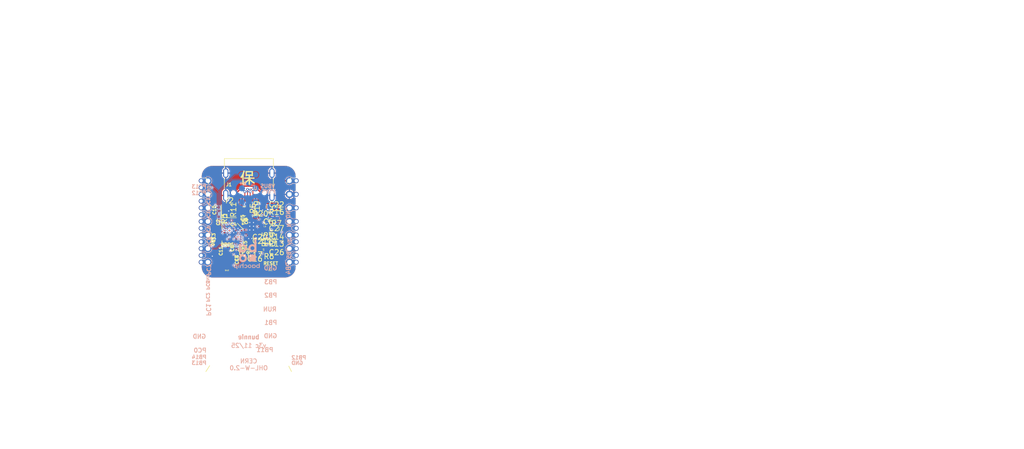
<source format=kicad_pcb>
(kicad_pcb (version 20241229) (generator "pcbnew") (generator_version "9.0")
  (layers (0 "F.Cu" signal) (4 "In1.Cu" signal) (6 "In2.Cu" signal) (8 "In3.Cu" signal) (10 "In4.Cu" signal) (2 "B.Cu" signal) (13 "F.Paste" user) (15 "B.Paste" user) (5 "F.SilkS" user "F.Silkscreen") (7 "B.SilkS" user "B.Silkscreen") (1 "F.Mask" user) (3 "B.Mask" user) (25 "Edge.Cuts" user))
  (net 0 "")
  (net 1 "GND")
  (net 2 "/XI_48M")
  (net 3 "+3.3V")
  (net 4 "/2.5V")
  (net 5 "/XO_48M")
  (net 6 "/RST_N")
  (net 7 "VBUS")
  (net 9 "/USBC_P")
  (net 10 "/USBC_CC2")
  (net 12 "/USBC_N")
  (net 13 "/USBC_CC1")
  (net 14 "/PB12")
  (net 15 "/PC6")
  (net 16 "/PC8")
  (net 17 "/PC13")
  (net 18 "/PB3")
  (net 19 "/PC7")
  (net 20 "/PC0")
  (net 21 "/PC2")
  (net 22 "/PB4")
  (net 24 "/PB14")
  (net 25 "/PB13")
  (net 27 "/PC9")
  (net 28 "/PB1")
  (net 29 "/PC3")
  (net 32 "/PC10")
  (net 33 "/PB2")
  (net 35 "/PC1")
  (net 37 "/PC11")
  (net 38 "/PC12")
  (net 39 "/PB5")
  (net 41 "/PB11")
  (net 48 "/PA0")
  (net 53 "+0.9V")
  (net 55 "/USBCONN_P")
  (net 56 "/USBCONN_N")
  (net 57 "Net-(SW1-B0)")
  (net 58 "Net-(U7-IREF)")
  (net 59 "VBAT")
  (net 60 "Net-(U8-VOUT)")
  (net 61 "GPIO19{slash}D22{slash}BAT_ADC_EN")
  (net 62 "Net-(Q2-G)")
  (net 63 "Net-(Q1-G)")
  (net 64 "GPIO29_ADC3")
  (net 65 "VSYS")
  (net 66 "Net-(U3-SW)")
  (net 67 "Net-(U3-MODE)")
  (net 68 "Net-(U9-SW)")
  (net 69 "Net-(U9-MODE)")
  (net 70 "/PA6")
  (net 71 "/PC5")
  (net 72 "Net-(U7-NCHG)")
  (net 74 "/PA4")
  (net 75 "/PA7")
  (net 76 "/PA5")
  (net 77 "/PA1")
  (footprint "Capacitor_SMD:C_0201_0603Metric" (layer "F.Cu") (at 137.2 68.5)
    (property "Reference" "C3")
    (property "Value" "1uF")
  )
  (footprint "Capacitor_SMD:C_0201_0603Metric" (layer "F.Cu") (at 133.15 75.85 180)
    (property "Reference" "C16")
    (property "Value" "100nF")
  )
  (footprint "Capacitor_SMD:C_0201_0603Metric" (layer "F.Cu") (at 131.5 72.8 -90)
    (property "Reference" "C15")
    (property "Value" "2.2uF, 6.3V, X5R" (hide yes))
  )
  (footprint "Capacitor_SMD:C_0201_0603Metric" (layer "F.Cu") (at 127.4 75.4 -90)
    (property "Reference" "C11")
    (property "Value" "1.0uF, 10V, X5R" (hide yes))
  )
  (footprint "Resistor_SMD:R_0201_0603Metric" (layer "F.Cu") (at 134.22 69.5)
    (property "Reference" "R20")
    (property "Value" "100R")
  )
  (footprint "Capacitor_SMD:C_0201_0603Metric" (layer "F.Cu") (at 134.1 72.5 180)
    (property "Reference" "C21")
    (property "Value" "10uF")
  )
  (footprint "Resistor_SMD:R_0201_0603Metric" (layer "F.Cu") (at 137.22 67.1 180)
    (property "Reference" "R16")
    (property "Value" "470K")
  )
  (footprint "Resistor_SMD:R_0201_0603Metric" (layer "F.Cu") (at 130.2 67.7 90)
    (property "Reference" "R11")
    (property "Value" "5.1k, 1%")
  )
  (footprint "xiao:DFN1006-2L" (layer "F.Cu") (at 134.2 68.62 180)
    (property "Reference" "D2")
    (property "Value" "LMBR4010BST5G")
  )
  (footprint "Capacitor_SMD:C_0201_0603Metric" (layer "F.Cu") (at 130.4 75.4 -90)
    (property "Reference" "C18")
    (property "Value" "0.1uF, 10V, X5R" (hide yes))
  )
  (footprint "Capacitor_SMD:C_0201_0603Metric" (layer "F.Cu") (at 127.75 69.7)
    (property "Reference" "C1")
    (property "Value" "12pF C0G" (hide yes))
  )
  (footprint "Resistor_SMD:R_0201_0603Metric" (layer "F.Cu") (at 133.86 67.45 90)
    (property "Reference" "R5")
    (property "Value" "5.1k, 1%")
  )
  (footprint "Resistor_SMD:R_0201_0603Metric" (layer "F.Cu") (at 136.1 73.25 90)
    (property "Reference" "R15")
    (property "Value" "249K")
  )
  (footprint "xiao:PMOS_1.0X0.6X0.35MM" (layer "F.Cu") (at 135.65 68.2 -90)
    (property "Reference" "Q2")
    (property "Value" "LN237N3T5G")
  )
  (footprint "Capacitor_SMD:C_0201_0603Metric" (layer "F.Cu") (at 133.15 75.05 180)
    (property "Reference" "C17")
    (property "Value" "10uF")
  )
  (footprint "Capacitor_SMD:C_0201_0603Metric" (layer "F.Cu") (at 134.1 71.8 180)
    (property "Reference" "C20")
    (property "Value" "100nF")
  )
  (footprint "xiao:SW4-SMD-2.8-2.6X1.6X0.53MM" (layer "F.Cu") (at 127.936 79.0714)
    (property "Reference" "SW2")
    (property "Value" "SKTAAAE010")
  )
  (footprint "LOGO" (layer "F.Cu") (at 131.8 61.7)
    (property "Reference" "G***" (hide yes))
    (property "Value" "LOGO" (hide yes))
  )
  (footprint "Capacitor_SMD:C_0201_0603Metric" (layer "F.Cu") (at 126.4 67.6 -90)
    (property "Reference" "C10")
    (property "Value" "12pF C0G" (hide yes))
  )
  (footprint "common:USB_C_Receptacle_HRO_TYPE-C-31-M-12" (layer "F.Cu") (at 132.03 61.925 180)
    (property "Reference" "J1")
    (property "Value" "USB_C_Receptacle_USB2.0_16P" (hide yes))
  )
  (footprint "Resistor_SMD:R_0201_0603Metric" (layer "F.Cu") (at 131.9 75.4 90)
    (property "Reference" "R2")
    (property "Value" "100 ohm")
  )
  (footprint "xiao:L0603" (layer "F.Cu") (at 133.9 74.05 180)
    (property "Reference" "L1")
    (property "Value" "0.47uH")
  )
  (footprint "Capacitor_SMD:C_0201_0603Metric" (layer "F.Cu") (at 129.15 69.7)
    (property "Reference" "C4")
    (property "Value" "0.1uF, 10V, X5R" (hide yes))
  )
  (footprint "Resistor_SMD:R_0201_0603Metric" (layer "F.Cu") (at 131.2 75.4 90)
    (property "Reference" "R4")
    (property "Value" "10k, 1%" (hide yes))
  )
  (footprint "Resistor_SMD:R_0201_0603Metric" (layer "F.Cu") (at 137.1965 73.842)
    (property "Reference" "R14")
    (property "Value" "470K")
  )
  (footprint "xiao:DFN1006-2L" (layer "F.Cu") (at 135.65 67.2 180)
    (property "Reference" "D3")
    (property "Value" "LNZ8F5V6T5G")
  )
  (footprint "Resistor_SMD:R_0201_0603Metric" (layer "F.Cu") (at 137.2 69.2 180)
    (property "Reference" "R7")
    (property "Value" "5.1K")
  )
  (footprint "xiao:R0201" (layer "F.Cu") (at 137.7 71.242 90)
    (property "Reference" "R12")
    (property "Value" "150K")
  )
  (footprint "Capacitor_SMD:C_0201_0603Metric" (layer "F.Cu") (at 129.68 75.4 -90)
    (property "Reference" "C7")
    (property "Value" "0.1uF, 10V, X5R" (hide yes))
  )
  (footprint "xiao:MOUDLE23P-XIAO-HALF-HOLE" (layer "F.Cu") (at 132 69.90595 90)
    (property "Reference" "U4")
    (property "Value" "XIAO-HALF-HOLE-23P")
  )
  (footprint "Capacitor_SMD:C_0201_0603Metric" (layer "F.Cu") (at 128.1 75.4 -90)
    (property "Reference" "C8")
    (property "Value" "0.1uF, 10V, X5R" (hide yes))
  )
  (footprint "Capacitor_SMD:C_0201_0603Metric" (layer "F.Cu") (at 137.2165 74.642 180)
    (property "Reference" "C26")
    (property "Value" "1nF")
  )
  (footprint "xiao:BGA6-0.35-0.745X10.95X0.4MM" (layer "F.Cu") (at 134.5 75.25 90)
    (property "Reference" "U3")
    (property "Value" "SMD IC PMIC;DCDC Buck-ADJ-1A,Vin 1.95V to 5.5V,Vout 0.8V to 1.55V;WLCSP-6B")
  )
  (footprint "Resistor_SMD:R_0201_0603Metric" (layer "F.Cu") (at 134.6 67.45 90)
    (property "Reference" "R19")
    (property "Value" "2.2K")
  )
  (footprint "Capacitor_SMD:C_0201_0603Metric" (layer "F.Cu") (at 137.1965 72.242)
    (property "Reference" "C27")
    (property "Value" "1uF")
  )
  (footprint "Capacitor_SMD:C_0201_0603Metric" (layer "F.Cu") (at 126.35 71.45 90)
    (property "Reference" "C2")
    (property "Value" "1.0uF, 10V, X5R" (hide yes))
  )
  (footprint "Capacitor_SMD:C_0201_0603Metric" (layer "F.Cu") (at 135.66 68.9 180)
    (property "Reference" "C6")
    (property "Value" "1uF")
  )
  (footprint "xiao:BGA6-0.35-0.745X10.95X0.4MM" (layer "F.Cu") (at 135.61 72.125 90)
    (property "Reference" "U9")
    (property "Value" "SMD IC PMIC;DCDC Buck-ADJ-1A,Vin 1.95V to 5.5V,Vout 1.8V to 3.3V;WLCSP-6B")
  )
  (footprint "xiao:SW4-SMD-2.8-2.6X1.6X0.53MM" (layer "F.Cu") (at 136.064 79.0714)
    (property "Reference" "SW1")
    (property "Value" "SKTAAAE010")
  )
  (footprint "Capacitor_SMD:C_0201_0603Metric" (layer "F.Cu") (at 126.35 72.85 -90)
    (property "Reference" "C13")
    (property "Value" "0.1uF, 10V, X5R" (hide yes))
  )
  (footprint "Capacitor_SMD:C_0201_0603Metric" (layer "F.Cu") (at 130.2 69.3 90)
    (property "Reference" "C5")
    (property "Value" "2.2uF, 6.3V, X5R" (hide yes))
  )
  (footprint "Capacitor_SMD:C_0201_0603Metric" (layer "F.Cu") (at 137.2 67.8)
    (property "Reference" "C22")
    (property "Value" "100nF")
  )
  (footprint "common:WLCSP-71_9x8_4.062x3.762mm" (layer "F.Cu") (at 129.000001 72.4 -90)
    (property "Reference" "U1")
    (property "Value" "baochip1x" (hide yes))
  )
  (footprint "Crystal:Crystal_SMD_2016-4Pin_2.0x1.6mm" (layer "F.Cu") (at 128.3 68)
    (property "Reference" "Y2")
    (property "Value" "48.000MHz")
  )
  (footprint "Resistor_SMD:R_0201_0603Metric" (layer "F.Cu") (at 126.4 69.36 -90)
    (property "Reference" "R3")
    (property "Value" "4.7M")
  )
  (footprint "Capacitor_SMD:C_0201_0603Metric" (layer "F.Cu") (at 135.4 73.25 -90)
    (property "Reference" "C19")
    (property "Value" "10uF")
  )
  (footprint "xiao:PMOS_1.0X0.6X0.35MM" (layer "F.Cu") (at 135.66 69.7 -90)
    (property "Reference" "Q1")
    (property "Value" "LP0404N3T5G")
  )
  (footprint "Capacitor_SMD:C_0201_0603Metric" (layer "F.Cu") (at 135.8 74.65)
    (property "Reference" "C14")
    (property "Value" "10uF")
  )
  (footprint "Resistor_SMD:R_0201_0603Metric" (layer "F.Cu") (at 137.1965 73.042 180)
    (property "Reference" "R13")
    (property "Value" "470K")
  )
  (footprint "xiao:WLCSP-0.4-0.92X1.16X0.4MM" (layer "F.Cu") (at 137.1965 70.042 90)
    (property "Reference" "U7")
    (property "Value" "SGM40567-4.2XG/TR")
  )
  (footprint "Capacitor_SMD:C_0201_0603Metric" (layer "F.Cu") (at 131.5 71.16 90)
    (property "Reference" "C9")
    (property "Value" "2.2uF, 6.3V, X5R" (hide yes))
  )
  (footprint "xiao:L0603" (layer "F.Cu") (at 134.95 70.85 180)
    (property "Reference" "L3")
    (property "Value" "0.47uH")
  )
  (footprint "Resistor_SMD:R_0201_0603Metric" (layer "F.Cu") (at 135.8 75.4 180)
    (property "Reference" "R6")
    (property "Value" "12.1k")
  )
  (footprint "common:QFN-10_1.4x1.8_Pitch0.4mm" (layer "F.Cu") (at 132.03 68 -90)
    (property "Reference" "U5")
    (property "Value" "EMS4000RSW" (hide yes))
  )
  (footprint "xiao:WLCSP4-0.4-0.77X0.77X0.33MM" (layer "F.Cu") (at 136.9 71.242 90)
    (property "Reference" "U8" (hide yes))
    (property "Value" "SX1801CCR")
  )
  (footprint "xiao:TP-D45MIL" (layer "B.Cu") (at 133.28 61.16 -90)
    (property "Reference" "TP1" (hide yes))
    (property "Value" "TEST-POINT'4545'" (hide yes))
  )
  (footprint "xiao:TP-D45MIL" (layer "B.Cu") (at 130.74 68.78 -90)
    (property "Reference" "TP8" (hide yes))
    (property "Value" "TEST-POINT'4545'" (hide yes))
  )
  (footprint "xiao:TP-80X40MIL" (layer "B.Cu") (at 136.5 67.103)
    (property "Reference" "TP10" (hide yes))
    (property "Value" "Test Point")
  )
  (footprint "xiao:TP-D45MIL" (layer "B.Cu") (at 130.74 63.7 -90)
    (property "Reference" "TP4" (hide yes))
    (property "Value" "TEST-POINT'4545'" (hide yes))
  )
  (footprint "xiao:TP-D45MIL" (layer "B.Cu") (at 130.74 61.16 -90)
    (property "Reference" "TP2" (hide yes))
    (property "Value" "TEST-POINT'4545'" (hide yes))
  )
  (footprint "xiao:TP-D45MIL" (layer "B.Cu") (at 133.28 66.24 -90)
    (property "Reference" "TP5" (hide yes))
    (property "Value" "TEST-POINT'4545'" (hide yes))
  )
  (footprint "LOGO" (layer "B.Cu") (at 131.67 76.04 180)
    (property "Reference" "G***" (hide yes))
    (property "Value" "LOGO" (hide yes))
  )
  (footprint "xiao:TP-D45MIL" (layer "B.Cu") (at 130.74 66.24 -90)
    (property "Reference" "TP6" (hide yes))
    (property "Value" "TEST-POINT'4545'" (hide yes))
  )
  (footprint "xiao:TP-D45MIL" (layer "B.Cu") (at 133.28 63.7 -90)
    (property "Reference" "TP3" (hide yes))
    (property "Value" "TEST-POINT'4545'" (hide yes))
  )
  (footprint "xiao:TP-80X40MIL" (layer "B.Cu") (at 136.7 69.499293 180)
    (property "Reference" "TP9" (hide yes))
    (property "Value" "Test Point")
  )
  (footprint "xiao:TP-D45MIL" (layer "B.Cu") (at 133.28 68.78 -90)
    (property "Reference" "TP7" (hide yes))
    (property "Value" "TEST-POINT'4545'" (hide yes))
  )
  (gr_line (start 139.5 97) (end 140 98) (stroke (width 0.15)) (layer "F.SilkS"))
  (gr_line (start 124.5 62.8) (end 124 61.8) (stroke (width 0.15)) (layer "F.SilkS"))
  (gr_line (start 139.2 62.6) (end 139.9 61.8) (stroke (width 0.15)) (layer "F.SilkS"))
  (gr_line (start 124.7 96.9) (end 124 98) (stroke (width 0.15)) (layer "F.SilkS"))
  (gr_arc (start 138.85795 59.4) (mid 140.294823 59.995141) (end 140.89 61.432) (stroke (width 0.0254)) (layer "Edge.Cuts"))
  (gr_arc (start 138.858 59.3746) (mid 138.8834 59.4) (end 138.858 59.4254) (stroke (width 0.0254)) (layer "Edge.Cuts"))
  (gr_arc (start 125.142 59.4254) (mid 125.1166 59.4) (end 125.142 59.3746) (stroke (width 0.0254)) (layer "Edge.Cuts"))
  (gr_arc (start 138.858 59.4254) (mid 138.8326 59.4) (end 138.858 59.3746) (stroke (width 0.0254)) (layer "Edge.Cuts"))
  (gr_arc (start 125.243673 80.5016) (mid 123.755946 79.927473) (end 123.11 78.469495) (stroke (width 0.0254)) (layer "Edge.Cuts"))
  (gr_arc (start 140.89 78.368012) (mid 140.31587 79.855654) (end 138.857975 80.5016) (stroke (width 0.0254)) (layer "Edge.Cuts"))
  (gr_line (start 125.243673 80.5016) (end 138.857975 80.5016) (stroke (width 0.0254)) (layer "Edge.Cuts"))
  (gr_arc (start 125.142 59.3746) (mid 125.1674 59.4) (end 125.142 59.4254) (stroke (width 0.0254)) (layer "Edge.Cuts"))
  (gr_line (start 138.85795 59.4) (end 125.14205 59.4) (stroke (width 0.0254)) (layer "Edge.Cuts"))
  (gr_line (start 123.11 61.43205) (end 123.11 78.469495) (stroke (width 0.0254)) (layer "Edge.Cuts"))
  (gr_line (start 140.89 78.368012) (end 140.89 61.432) (stroke (width 0.0254)) (layer "Edge.Cuts"))
  (gr_arc (start 123.11 61.43205) (mid 123.705188 59.995188) (end 125.14205 59.4) (stroke (width 0.0254)) (layer "Edge.Cuts"))
  (gr_text "RESET" (at 134.67 78.12 0) (layer "F.SilkS") (effects (font (size 0.6 0.6) (thickness 0.16) (bold yes)) (justify left bottom)))
  (gr_text "PROG" (at 126.7 74.6 0) (layer "F.SilkS") (effects (font (size 0.6 0.6) (thickness 0.15) (bold yes)) (justify left bottom)))
  (gr_text "AN0" (at 124.9 72.7 270) (layer "F.SilkS") (effects (font (size 0.6 0.6) (thickness 0.15) (bold yes)) (justify left bottom)))
  (gr_text "GND" (at 139.9 96.8 0) (layer "B.SilkS") (effects (font (size 0.7 0.7) (thickness 0.16) (bold yes)) (justify right bottom mirror)))
  (gr_text "PC10\n" (at 124.1 69.83 270) (layer "B.SilkS") (effects (font (size 0.6 0.6) (thickness 0.16) (bold yes)) (justify left bottom mirror)))
  (gr_text "PC11" (at 124.1 67.3 270) (layer "B.SilkS") (effects (font (size 0.6 0.6) (thickness 0.16) (bold yes)) (justify left bottom mirror)))
  (gr_text "PB3" (at 137.4 81.7 0) (layer "B.SilkS") (effects (font (size 0.8 0.8) (thickness 0.16) (bold yes)) (justify left bottom mirror)))
  (gr_text "PB11\n" (at 136.7 94.4 0) (layer "B.SilkS") (effects (font (size 0.8 0.8) (thickness 0.16) (bold yes)) (justify left bottom mirror)))
  (gr_text "PB12" (at 139.9 95.8 0) (layer "B.SilkS") (effects (font (size 0.7 0.7) (thickness 0.16) (bold yes)) (justify right bottom mirror)))
  (gr_text "3.3V" (at 140 72.2 90) (layer "B.SilkS") (effects (font (size 0.6 0.6) (thickness 0.16) (bold yes)) (justify left bottom mirror)))
  (gr_text "U+" (at 131.67 63.07 0) (layer "B.SilkS") (effects (font (size 0.6 0.6) (thickness 0.15) (bold yes)) (justify left bottom mirror)))
  (gr_text "PB13\n" (at 124.2 96.8 0) (layer "B.SilkS") (effects (font (size 0.7 0.7) (thickness 0.16) (bold yes)) (justify left bottom mirror)))
  (gr_text "CERN\nOHL-W-2.0" (at 132 97.8 0) (layer "B.SilkS") (effects (font (size 0.8 0.8) (thickness 0.15) (bold yes)) (justify bottom mirror)))
  (gr_text "PC13" (at 124.2 63.8 0) (layer "B.SilkS") (effects (font (size 0.7 0.7) (thickness 0.16) (bold yes)) (justify left bottom mirror)))
  (gr_text "PC9\n" (at 124.1 72.62 270) (layer "B.SilkS") (effects (font (size 0.6 0.6) (thickness 0.16) (bold yes)) (justify left bottom mirror)))
  (gr_text "GND" (at 137.4 91.8 0) (layer "B.SilkS") (effects (font (size 0.8 0.8) (thickness 0.16) (bold yes)) (justify left bottom mirror)))
  (gr_text "PB5" (at 139.94 74.69 90) (layer "B.SilkS") (effects (font (size 0.7 0.7) (thickness 0.16) (bold yes)) (justify left bottom mirror)))
  (gr_text "GND" (at 124.03 79.64 270) (layer "B.SilkS") (effects (font (size 0.5 0.6) (thickness 0.16) (bold yes)) (justify right bottom mirror)))
  (gr_text "PB4" (at 139.9 77.4 90) (layer "B.SilkS") (effects (font (size 0.8 0.8) (thickness 0.16) (bold yes)) (justify left bottom mirror)))
  (gr_text "PC7\n" (at 124.1 80.1 270) (layer "B.SilkS") (effects (font (size 0.7 0.7) (thickness 0.16) (bold yes)) (justify left bottom mirror)))
  (gr_text "v3c 11/25" (at 132 93.6 0) (layer "B.SilkS") (effects (font (size 0.8 0.8) (thickness 0.15) (bold yes)) (justify bottom mirror)))
  (gr_text "PC3\n" (at 124 82.8 270) (layer "B.SilkS") (effects (font (size 0.6 0.6) (thickness 0.16) (bold yes)) (justify left bottom mirror)))
  (gr_text "RUN" (at 137.3 86.8 0) (layer "B.SilkS") (effects (font (size 0.8 0.8) (thickness 0.16) (bold yes)) (justify left bottom mirror)))
  (gr_text "VBUS" (at 137 63.7 0) (layer "B.SilkS") (effects (font (size 0.7 0.7) (thickness 0.16) (bold yes)) (justify left bottom mirror)))
  (gr_text "GND" (at 139.8 67.1 90) (layer "B.SilkS") (effects (font (size 0.7 0.7) (thickness 0.16) (bold yes)) (justify left bottom mirror)))
  (gr_text "PC1\n" (at 124 87.7 270) (layer "B.SilkS") (effects (font (size 0.8 0.8) (thickness 0.16) (bold yes)) (justify left bottom mirror)))
  (gr_text "GND" (at 124.2 65.1 270) (layer "B.SilkS") (effects (font (size 0.6 0.6) (thickness 0.16) (bold yes)) (justify left bottom mirror)))
  (gr_text "VSYS" (at 137.1 64.7 0) (layer "B.SilkS") (effects (font (size 0.7 0.7) (thickness 0.16) (bold yes)) (justify left bottom mirror)))
  (gr_text "ON" (at 139.96 69.4 90) (layer "B.SilkS") (effects (font (size 0.7 0.7) (thickness 0.16) (bold yes)) (justify left bottom mirror)))
  (gr_text "PC2\n" (at 124 85.1 270) (layer "B.SilkS") (effects (font (size 0.6 0.6) (thickness 0.16) (bold yes)) (justify left bottom mirror)))
  (gr_text "U-" (at 133.67 64.06 0) (layer "B.SilkS") (effects (font (size 0.6 0.6) (thickness 0.15) (bold yes)) (justify left bottom mirror)))
  (gr_text "bunnie" (at 132 92 0) (layer "B.SilkS") (effects (font (size 0.8 0.8) (thickness 0.2) (bold yes)) (justify bottom mirror)))
  (gr_text "PB14\n" (at 124.2 95.7 0) (layer "B.SilkS") (effects (font (size 0.7 0.7) (thickness 0.16) (bold yes)) (justify left bottom mirror)))
  (gr_text "PC0\n" (at 124.2 94.5 0) (layer "B.SilkS") (effects (font (size 0.8 0.8) (thickness 0.16) (bold yes)) (justify left bottom mirror)))
  (gr_text "PC8\n" (at 124.1 74.9 270) (layer "B.SilkS") (effects (font (size 0.7 0.7) (thickness 0.16) (bold yes)) (justify left bottom mirror)))
  (gr_text "GND" (at 137.4 79.1 0) (layer "B.SilkS") (effects (font (size 0.8 0.8) (thickness 0.16) (bold yes)) (justify left bottom mirror)))
  (gr_text "PB2" (at 137.4 84.2 0) (layer "B.SilkS") (effects (font (size 0.8 0.8) (thickness 0.16) (bold yes)) (justify left bottom mirror)))
  (gr_text "PB1\n" (at 137.4 89.3 0) (layer "B.SilkS") (effects (font (size 0.8 0.8) (thickness 0.16) (bold yes)) (justify left bottom mirror)))
  (gr_text "GND" (at 124.1 91.9 0) (layer "B.SilkS") (effects (font (size 0.8 0.8) (thickness 0.16) (bold yes)) (justify left bottom mirror)))
  (gr_text "PC12" (at 124.2 65 0) (layer "B.SilkS") (effects (font (size 0.7 0.7) (thickness 0.16) (bold yes)) (justify left bottom mirror)))
  (segment (start 129.2074 72.3926) (end 129.600001 72.3926) (width 0.203) (layer "F.Cu") (net 1))
  (segment (start 137.1965 70.5565) (end 137.24 70.6) (width 0.1016) (layer "F.Cu") (net 1))
  (segment (start 130.000001 71.2) (end 129.200001 72) (width 0.1016) (layer "F.Cu") (net 1))
  (segment (start 132.9 70.1) (end 132.881799 70.081799) (width 0.1016) (layer "F.Cu") (net 1))
  (segment (start 128.000001 72.4) (end 128.400001 72.4) (width 0.1016) (layer "F.Cu") (net 1))
  (segment (start 129.200001 72) (end 129.2 72.4) (width 0.203) (layer "F.Cu") (net 1))
  (segment (start 129.2 72.4) (end 129.2074 72.3926) (width 0.254) (layer "F.Cu") (net 1))
  (segment (start 131.52 68.28) (end 131.4 68.4) (width 0.1524) (layer "F.Cu") (net 1))
  (segment (start 131.200001 68) (end 131.4 68) (width 0.1524) (layer "F.Cu") (net 1))
  (segment (start 131.5 67.9) (end 131.5 67.7) (width 0.1524) (layer "F.Cu") (net 1))
  (segment (start 125.7756 67.28) (end 125.775568 67.280032) (width 0.254) (layer "F.Cu") (net 1))
  (segment (start 131.4 67.6) (end 131.5 67.7) (width 0.1524) (layer "F.Cu") (net 1))
  (segment (start 136.12 74.22) (end 136.1 74.2) (width 0.254) (layer "F.Cu") (net 1))
  (segment (start 131.200001 68) (end 131.46 68) (width 0.1524) (layer "F.Cu") (net 1))
  (segment (start 125.775568 67.280032) (end 125.775568 67.282565) (width 0.254) (layer "F.Cu") (net 1))
  (segment (start 132.881799 70.081799) (end 132.881799 68.4) (width 0.1016) (layer "F.Cu") (net 1))
  (segment (start 129.600001 71.600001) (end 129.6 71.6) (width 0.1016) (layer "F.Cu") (net 1))
  (segment (start 134.0048 75.9) (end 134.0048 75.5702) (width 0.1016) (layer "F.Cu") (net 1))
  (segment (start 133.8 67.77) (end 133.8 67.8) (width 0.254) (layer "F.Cu") (net 1))
  (segment (start 135.325 68.885) (end 135.34 68.9) (width 0.1016) (layer "F.Cu") (net 1))
  (segment (start 134.0048 75.5702) (end 134.15 75.425) (width 0.1016) (layer "F.Cu") (net 1))
  (segment (start 131.4 68) (end 131.5 67.9) (width 0.1524) (layer "F.Cu") (net 1))
  (segment (start 125.83 73.17) (end 126.35 73.17) (width 0.1016) (layer "F.Cu") (net 1))
  (segment (start 131.52 68.06) (end 131.52 68.28) (width 0.1524) (layer "F.Cu") (net 1))
  (segment (start 131.46 68) (end 131.52 68.06) (width 0.1524) (layer "F.Cu") (net 1))
  (segment (start 135.325 68.375) (end 135.325 68.885) (width 0.1016) (layer "F.Cu") (net 1))
  (segment (start 137.1965 70.242) (end 137.1965 70.5565) (width 0.1016) (layer "F.Cu") (net 1))
  (segment (start 131.4 68.4) (end 131.2 68.4) (width 0.1524) (layer "F.Cu") (net 1))
  (segment (start 131.2 67.6) (end 131.4 67.6) (width 0.1524) (layer "F.Cu") (net 1))
  (segment (start 125.82 73.16) (end 125.83 73.17) (width 0.1016) (layer "F.Cu") (net 1))
  (via (at 125.775568 67.282565) (size 0.4064) (drill 0.2032) (layers "F.Cu" "B.Cu") (net 1))
  (via (at 130 71.2) (size 0.3556) (drill 0.2032) (layers "F.Cu" "B.Cu") (net 1))
  (via (at 132.6 73.1) (size 0.4064) (drill 0.2032) (layers "F.Cu" "B.Cu") (net 1))
  (via (at 132.2 71.5) (size 0.4064) (drill 0.2032) (layers "F.Cu" "B.Cu") (net 1))
  (via (at 134.0048 75.9) (size 0.4064) (drill 0.2032) (layers "F.Cu" "B.Cu") (net 1))
  (via (at 129.2 72) (size 0.3556) (drill 0.2032) (layers "F.Cu" "B.Cu") (net 1))
  (via (at 125.2 76.4) (size 0.3556) (drill 0.2032) (layers "F.Cu" "B.Cu") (net 1))
  (via (at 128.253487 67.946513) (size 0.3556) (drill 0.2032) (layers "F.Cu" "B.Cu") (net 1))
  (via (at 134.6 67.77) (size 0.4064) (drill 0.2032) (layers "F.Cu" "B.Cu") (net 1))
  (via (at 128 72.4) (size 0.3556) (drill 0.2032) (layers "F.Cu" "B.Cu") (net 1))
  (via (at 137.24 70.6) (size 0.4064) (drill 0.2032) (layers "F.Cu" "B.Cu") (net 1))
  (via (at 132.9 71.5) (size 0.4064) (drill 0.2032) (layers "F.Cu" "B.Cu") (net 1))
  (via (at 132 73.1) (size 0.4064) (drill 0.2032) (layers "F.Cu" "B.Cu") (net 1))
  (via (at 130 76.3) (size 0.3556) (drill 0.2032) (layers "F.Cu" "B.Cu") (net 1))
  (via (at 135.34 68.9) (size 0.4064) (drill 0.2032) (layers "F.Cu" "B.Cu") (net 1))
  (via (at 134 73.1) (size 0.4064) (drill 0.2032) (layers "F.Cu" "B.Cu") (net 1))
  (via (at 132.9 70.1) (size 0.4064) (drill 0.2032) (layers "F.Cu" "B.Cu") (net 1))
  (via (at 132.2 70.8) (size 0.4064) (drill 0.2032) (layers "F.Cu" "B.Cu") (net 1))
  (via (at 132.2 70.1) (size 0.4064) (drill 0.2032) (layers "F.Cu" "B.Cu") (net 1))
  (via (at 124.8 71.3302) (size 0.3556) (drill 0.2032) (layers "F.Cu" "B.Cu") (net 1))
  (via (at 125.82 73.16) (size 0.3556) (drill 0.2032) (layers "F.Cu" "B.Cu") (net 1))
  (via (at 136.1 74.2) (size 0.3556) (drill 0.2032) (layers "F.Cu" "B.Cu") (net 1))
  (via (at 132.9 70.8) (size 0.4064) (drill 0.2032) (layers "F.Cu" "B.Cu") (net 1))
  (segment (start 127.600001 70.8) (end 127.43 70.629999) (width 0.1016) (layer "F.Cu") (net 2))
  (segment (start 127.43 70.629999) (end 127.43 69.7) (width 0.1016) (layer "F.Cu") (net 2))
  (segment (start 126.42 69.7) (end 126.4 69.68) (width 0.1016) (layer "F.Cu") (net 2))
  (segment (start 127.43 69.7) (end 126.42 69.7) (width 0.1016) (layer "F.Cu") (net 2))
  (segment (start 127.43 69.7) (end 127.43 68.72) (width 0.102) (layer "F.Cu") (net 2))
  (segment (start 127.43 68.72) (end 127.6 68.55) (width 0.102) (layer "F.Cu") (net 2))
  (segment (start 133.67 70.85) (end 133.66 70.86) (width 0.254) (layer "F.Cu") (net 3))
  (segment (start 127.168415 72) (end 127.155087 72.013328) (width 0.254) (layer "F.Cu") (net 3))
  (segment (start 134.42 71.8) (end 135.11 71.8) (width 0.1524) (layer "F.Cu") (net 3))
  (segment (start 135.11 71.8) (end 135.26 71.95) (width 0.1524) (layer "F.Cu") (net 3))
  (segment (start 134.3 70.85) (end 133.67 70.85) (width 0.254) (layer "F.Cu") (net 3))
  (segment (start 132.799999 68) (end 133.030204 68) (width 0.2032) (layer "F.Cu") (net 3))
  (segment (start 131.2 75.72) (end 131.2 76.3) (width 0.254) (layer "F.Cu") (net 3))
  (segment (start 127.153328 72.013328) (end 126.91 71.77) (width 0.254) (layer "F.Cu") (net 3))
  (segment (start 130 73.2) (end 129.6074 73.2) (width 0.203) (layer "F.Cu") (net 3))
  (segment (start 133.44 68.24) (end 133.2 68) (width 0.2032) (layer "F.Cu") (net 3))
  (segment (start 133.44 68.62) (end 133.44 68.24) (width 0.2032) (layer "F.Cu") (net 3))
  (segment (start 134.42 70.97) (end 134.3 70.85) (width 0.254) (layer "F.Cu") (net 3))
  (segment (start 129.6074 72.8074) (end 129.6074 73.199999) (width 0.203) (layer "F.Cu") (net 3))
  (segment (start 131.141104 75.72) (end 131.2 75.72) (width 0.254) (layer "F.Cu") (net 3))
  (segment (start 129.5926 72.7926) (end 129.200001 72.7926) (width 0.203) (layer "F.Cu") (net 3))
  (segment (start 133.2 68) (end 132.829999 68) (width 0.2032) (layer "F.Cu") (net 3))
  (segment (start 129.68 75.08) (end 129.68 75.1614) (width 0.254) (layer "F.Cu") (net 3))
  (segment (start 133.28 68.78) (end 133.44 68.62) (width 0.2032) (layer "F.Cu") (net 3))
  (segment (start 134.42 72.5) (end 134.42 70.97) (width 0.254) (layer "F.Cu") (net 3))
  (segment (start 129.6 72.8) (end 129.5926 72.7926) (width 0.203) (layer "F.Cu") (net 3))
  (segment (start 130.9 71.48) (end 130.78 71.6) (width 0.2032) (layer "F.Cu") (net 3))
  (segment (start 129.6 72.8) (end 129.6074 72.8074) (width 0.203) (layer "F.Cu") (net 3))
  (segment (start 127.155087 72.013328) (end 127.153328 72.013328) (width 0.254) (layer "F.Cu") (net 3))
  (segment (start 129.68 75.08) (end 130.4 75.08) (width 0.254) (layer "F.Cu") (net 3))
  (segment (start 130.78 71.6) (end 130.400001 71.6) (width 0.2032) (layer "F.Cu") (net 3))
  (segment (start 130.501104 75.08) (end 131.141104 75.72) (width 0.254) (layer "F.Cu") (net 3))
  (segment (start 131.5 71.48) (end 130.9 71.48) (width 0.2032) (layer "F.Cu") (net 3))
  (segment (start 130.4 75.08) (end 130.501104 75.08) (width 0.254) (layer "F.Cu") (net 3))
  (segment (start 127.600001 72) (end 127.168415 72) (width 0.254) (layer "F.Cu") (net 3))
  (segment (start 126.91 71.77) (end 126.35 71.77) (width 0.254) (layer "F.Cu") (net 3))
  (via (at 130 73.2) (size 0.3556) (drill 0.2032) (layers "F.Cu" "B.Cu") (net 3))
  (via (at 131.5 71.48) (size 0.3556) (drill 0.2032) (layers "F.Cu" "B.Cu") (net 3))
  (via (at 128.82 69.7) (size 0.3556) (drill 0.2032) (layers "F.Cu" "B.Cu") (net 3))
  (via (at 133.66 70.86) (size 0.4064) (drill 0.2032) (layers "F.Cu" "B.Cu") (net 3))
  (via (at 130.400001 71.6) (size 0.3556) (drill 0.2032) (layers "F.Cu" "B.Cu") (net 3))
  (via (at 133.28 68.78) (size 0.4064) (drill 0.2032) (layers "F.Cu" "B.Cu") (net 3))
  (via (at 130.9 71.48) (size 0.3556) (drill 0.2032) (layers "F.Cu" "B.Cu") (net 3))
  (via (at 129.6 72.8) (size 0.3556) (drill 0.2032) (layers "F.Cu" "B.Cu") (net 3))
  (via (at 127.155087 72.013328) (size 0.4064) (drill 0.2032) (layers "F.Cu" "B.Cu") (net 3))
  (via (at 131.2 76.3) (size 0.4064) (drill 0.2032) (layers "F.Cu" "B.Cu") (net 3))
  (via (at 129.68 75.1614) (size 0.3556) (drill 0.2032) (layers "F.Cu" "B.Cu") (net 3))
  (segment (start 129.600001 70.8) (end 129.6 70.52) (width 0.254) (layer "F.Cu") (net 4))
  (segment (start 129.6 70.52) (end 130.2 69.92) (width 0.254) (layer "F.Cu") (net 4))
  (segment (start 130.2 69.92) (end 130.2 69.62) (width 0.254) (layer "F.Cu") (net 4))
  (segment (start 126.4 69.04) (end 126.4 67.92) (width 0.1016) (layer "F.Cu") (net 5))
  (segment (start 125.98 70.06) (end 125.98 69.12) (width 0.1016) (layer "F.Cu") (net 5))
  (segment (start 125.98 69.12) (end 126.06 69.04) (width 0.1016) (layer "F.Cu") (net 5))
  (segment (start 129 66.92) (end 129 67.45) (width 0.1016) (layer "F.Cu") (net 5))
  (segment (start 126.9 67) (end 127.3 66.6) (width 0.1016) (layer "F.Cu") (net 5))
  (segment (start 126.4 67.92) (end 126.78 67.92) (width 0.1016) (layer "F.Cu") (net 5))
  (segment (start 126.06 69.04) (end 126.4 69.04) (width 0.1016) (layer "F.Cu") (net 5))
  (segment (start 127.3 66.6) (end 128.68 66.6) (width 0.1016) (layer "F.Cu") (net 5))
  (segment (start 126.78 67.92) (end 126.9 67.8) (width 0.1016) (layer "F.Cu") (net 5))
  (segment (start 126.11 70.19) (end 125.98 70.06) (width 0.1016) (layer "F.Cu") (net 5))
  (segment (start 127.600001 71.199999) (end 126.590002 70.19) (width 0.1016) (layer "F.Cu") (net 5))
  (segment (start 126.590002 70.19) (end 126.11 70.19) (width 0.1016) (layer "F.Cu") (net 5))
  (segment (start 126.9 67.8) (end 126.9 67) (width 0.1016) (layer "F.Cu") (net 5))
  (segment (start 128.68 66.6) (end 129 66.92) (width 0.1016) (layer "F.Cu") (net 5))
  (segment (start 125.55 72.53) (end 125.22 72.86) (width 0.1016) (layer "F.Cu") (net 6))
  (segment (start 132.18 75.08) (end 132.36 75.26) (width 0.1016) (layer "F.Cu") (net 6))
  (segment (start 125.22 73.06) (end 125.2 73.08) (width 0.1016) (layer "F.Cu") (net 6))
  (segment (start 132.36 75.26) (end 132.36 76.38) (width 0.1016) (layer "F.Cu") (net 6))
  (segment (start 125.2 73.08) (end 125.2 73.173329) (width 0.1016) (layer "F.Cu") (net 6))
  (segment (start 125.22 72.86) (end 125.22 73.06) (width 0.1016) (layer "F.Cu") (net 6))
  (segment (start 131.9 75.08) (end 131.2 75.08) (width 0.1016) (layer "F.Cu") (net 6))
  (segment (start 127.470002 72.53) (end 126.35 72.53) (width 0.1016) (layer "F.Cu") (net 6))
  (segment (start 131.9 75.08) (end 132.18 75.08) (width 0.1016) (layer "F.Cu") (net 6))
  (segment (start 127.600002 72.4) (end 127.470002 72.53) (width 0.1016) (layer "F.Cu") (net 6))
  (segment (start 125.2 73.173329) (end 125.219698 73.193027) (width 0.1016) (layer "F.Cu") (net 6))
  (segment (start 126.35 72.53) (end 125.55 72.53) (width 0.1016) (layer "F.Cu") (net 6))
  (via (at 132.36 76.38) (size 0.3556) (drill 0.2032) (layers "F.Cu" "B.Cu") (net 6))
  (via (at 125.219698 73.193027) (size 0.3556) (drill 0.2032) (layers "F.Cu" "B.Cu") (net 6))
  (segment (start 129.78 64.5) (end 131 63.28) (width 0.254) (layer "F.Cu") (net 7))
  (segment (start 136.9 66.4) (end 137.4 65.9) (width 0.254) (layer "F.Cu") (net 7))
  (segment (start 134.58 66.38) (end 134.75 66.55) (width 0.254) (layer "F.Cu") (net 7))
  (segment (start 138.21405 62.28595) (end 139.62 62.28595) (width 0.254) (layer "F.Cu") (net 7))
  (segment (start 135.85 66.55) (end 136 66.7) (width 0.254) (layer "F.Cu") (net 7))
  (segment (start 134.75 66.55) (end 135.85 66.55) (width 0.254) (layer "F.Cu") (net 7))
  (segment (start 134.28 64.48) (end 134.28 65.625) (width 0.254) (layer "F.Cu") (net 7))
  (segment (start 135.975 68.2) (end 135.975 67.225) (width 0.254) (layer "F.Cu") (net 7))
  (segment (start 129.78 65.625) (end 129.78 64.5) (width 0.254) (layer "F.Cu") (net 7))
  (segment (start 136.7965 69.842) (end 136.7965 69.2835) (width 0.1016) (layer "F.Cu") (net 7))
  (segment (start 136.7965 69.2835) (end 136.88 69.2) (width 0.1016) (layer "F.Cu") (net 7))
  (segment (start 136 66.7) (end 136 67.2) (width 0.254) (layer "F.Cu") (net 7))
  (segment (start 136.1 67.1) (end 136 67.2) (width 0.254) (layer "F.Cu") (net 7))
  (segment (start 133.85 69.45) (end 133.9 69.5) (width 0.254) (layer "F.Cu") (net 7))
  (segment (start 135.975 67.225) (end 136 67.2) (width 0.254) (layer "F.Cu") (net 7))
  (segment (start 136.88 67.12) (end 136.9 67.1) (width 0.254) (layer "F.Cu") (net 7))
  (segment (start 133.08 63.28) (end 134.28 64.48) (width 0.254) (layer "F.Cu") (net 7))
  (segment (start 137.4 63.1) (end 138.21405 62.28595) (width 0.254) (layer "F.Cu") (net 7))
  (segment (start 133.85 68.62) (end 133.85 69.45) (width 0.254) (layer "F.Cu") (net 7))
  (segment (start 137.4 65.9) (end 137.4 63.1) (width 0.254) (layer "F.Cu") (net 7))
  (segment (start 136.9 67.1) (end 136.9 66.4) (width 0.254) (layer "F.Cu") (net 7))
  (segment (start 136.88 69.2) (end 136.88 67.12) (width 0.254) (layer "F.Cu") (net 7))
  (segment (start 134.58 65.625) (end 134.58 66.38) (width 0.254) (layer "F.Cu") (net 7))
  (segment (start 131 63.28) (end 133.08 63.28) (width 0.254) (layer "F.Cu") (net 7))
  (segment (start 136.9 67.1) (end 136.1 67.1) (width 0.254) (layer "F.Cu") (net 7))
  (via (at 133.9 69.5) (size 0.4064) (drill 0.2032) (layers "F.Cu" "B.Cu") (net 7))
  (via (at 135.975 68.2) (size 0.4064) (drill 0.2032) (layers "F.Cu" "B.Cu") (net 7))
  (segment (start 130.400001 70.982434) (end 132.159 69.223435) (width 0.163) (layer "F.Cu") (net 9))
  (segment (start 132.229999 68.9) (end 132.229999 68.6) (width 0.163) (layer "F.Cu") (net 9))
  (segment (start 132.159 68.970999) (end 132.229999 68.9) (width 0.163) (layer "F.Cu") (net 9))
  (segment (start 130.400001 71.199999) (end 130.400001 70.982434) (width 0.163) (layer "F.Cu") (net 9))
  (segment (start 132.159 69.223435) (end 132.159 68.970999) (width 0.163) (layer "F.Cu") (net 9))
  (segment (start 130.28 65.625) (end 130.28 67.3) (width 0.1524) (layer "F.Cu") (net 10))
  (segment (start 130.28 67.3) (end 130.2 67.38) (width 0.1524) (layer "F.Cu") (net 10))
  (segment (start 130.217567 70.8) (end 131.901 69.116567) (width 0.163) (layer "F.Cu") (net 12))
  (segment (start 131.901 69.116567) (end 131.901 68.970999) (width 0.163) (layer "F.Cu") (net 12))
  (segment (start 131.901 68.970999) (end 131.830001 68.9) (width 0.163) (layer "F.Cu") (net 12))
  (segment (start 130.000001 70.8) (end 130.217567 70.8) (width 0.163) (layer "F.Cu") (net 12))
  (segment (start 131.830001 68.9) (end 131.830001 68.6) (width 0.163) (layer "F.Cu") (net 12))
  (segment (start 133.28 65.625) (end 133.28 66.98) (width 0.102) (layer "F.Cu") (net 13))
  (segment (start 133.43 67.13) (end 133.8 67.13) (width 0.102) (layer "F.Cu") (net 13))
  (segment (start 133.28 66.98) (end 133.43 67.13) (width 0.102) (layer "F.Cu") (net 13))
  (segment (start 129.600001 74) (end 129.600001 74.485595) (width 0.1016) (layer "F.Cu") (net 14))
  (segment (start 129.600001 74.485595) (end 129.614406 74.5) (width 0.1016) (layer "F.Cu") (net 14))
  (via (at 129.614406 74.5) (size 0.3556) (drill 0.2032) (layers "F.Cu" "B.Cu") (net 14))
  (via (at 125.14 63.6) (size 0.3556) (drill 0.2032) (layers "F.Cu" "B.Cu") (net 15))
  (via (at 128.4 72) (size 0.3556) (drill 0.2032) (layers "F.Cu" "B.Cu") (net 15))
  (segment (start 127.68 72) (end 127.6 71.92) (width 0.1016) (layer "B.Cu") (net 15))
  (segment (start 127.6 71.92) (end 127.6 71.311218) (width 0.1016) (layer "B.Cu") (net 15))
  (segment (start 127.6 71.311218) (end 126.2 69.911218) (width 0.1016) (layer "B.Cu") (net 15))
  (segment (start 128.4 72) (end 127.68 72) (width 0.1016) (layer "B.Cu") (net 15))
  (segment (start 126.2 69.911218) (end 126.2 64.66) (width 0.1016) (layer "B.Cu") (net 15))
  (segment (start 126.2 64.66) (end 125.14 63.6) (width 0.1016) (layer "B.Cu") (net 15))
  (segment (start 126.68405 73.71595) (end 127.6 72.8) (width 0.1016) (layer "F.Cu") (net 16))
  (segment (start 125.30564 73.71595) (end 126.68405 73.71595) (width 0.1016) (layer "F.Cu") (net 16))
  (segment (start 125.23949 73.6498) (end 125.30564 73.71595) (width 0.1016) (layer "F.Cu") (net 16))
  (segment (start 127.6 72.8) (end 127.600001 72.8) (width 0.1016) (layer "F.Cu") (net 16))
  (via (at 125.23949 73.6498) (size 0.3556) (drill 0.2032) (layers "F.Cu" "B.Cu") (net 16))
  (segment (start 129.200001 70.380001) (end 129.16 70.34) (width 0.1016) (layer "F.Cu") (net 17))
  (segment (start 129.236 78.124) (end 129.26 78.1) (width 0.1524) (layer "F.Cu") (net 17))
  (segment (start 129.236 78.6964) (end 129.236 78.124) (width 0.1524) (layer "F.Cu") (net 17))
  (segment (start 129.200001 70.8) (end 129.200001 70.380001) (width 0.1016) (layer "F.Cu") (net 17))
  (segment (start 132.8 67.24) (end 132.8 67.6) (width 0.1016) (layer "F.Cu") (net 17))
  (segment (start 129.236 79.4464) (end 129.236 78.6964) (width 0.1524) (layer "F.Cu") (net 17))
  (via (at 129.16 70.34) (size 0.3556) (drill 0.2032) (layers "F.Cu" "B.Cu") (net 17))
  (via (at 132.8 67.24) (size 0.3556) (drill 0.2032) (layers "F.Cu" "B.Cu") (net 17))
  (via (at 129.26 78.1) (size 0.4064) (drill 0.2032) (layers "F.Cu" "B.Cu") (net 17))
  (segment (start 130.4434 77.4966) (end 129.84 78.1) (width 0.1016) (layer "B.Cu") (net 17))
  (segment (start 129.84 78.1) (end 129.26 78.1) (width 0.1016) (layer "B.Cu") (net 17))
  (segment (start 129.16 70.34) (end 129.16 71.08) (width 0.1016) (layer "B.Cu") (net 17))
  (segment (start 130.4434 72.3634) (end 130.4434 77.4966) (width 0.1016) (layer "B.Cu") (net 17))
  (segment (start 129.16 71.08) (end 130.4434 72.3634) (width 0.1016) (layer "B.Cu") (net 17))
  (segment (start 130.400001 73.2) (end 130.685594 73.2) (width 0.1016) (layer "F.Cu") (net 18))
  (segment (start 130.685594 73.2) (end 130.8 73.314406) (width 0.1016) (layer "F.Cu") (net 18))
  (via (at 130.8 73.314406) (size 0.3556) (drill 0.2032) (layers "F.Cu" "B.Cu") (net 18))
  (via (at 131.136875 66.996591) (size 0.3556) (drill 0.2032) (layers "F.Cu" "B.Cu") (net 18))
  (segment (start 130.74 66.599716) (end 131.136875 66.996591) (width 0.254) (layer "B.Cu") (net 18))
  (segment (start 130.74 66.24) (end 130.74 66.599716) (width 0.254) (layer "B.Cu") (net 18))
  (segment (start 126.820001 73.98) (end 127.600001 73.2) (width 0.1016) (layer "F.Cu") (net 19))
  (segment (start 125.24012 74.4) (end 125.24012 74.107002) (width 0.1016) (layer "F.Cu") (net 19))
  (segment (start 125.367122 73.98) (end 126.820001 73.98) (width 0.1016) (layer "F.Cu") (net 19))
  (segment (start 125.24012 74.107002) (end 125.367122 73.98) (width 0.1016) (layer "F.Cu") (net 19))
  (via (at 125.24012 74.4) (size 0.3556) (drill 0.2032) (layers "F.Cu" "B.Cu") (net 19))
  (segment (start 128.5 74.099999) (end 128.400001 74) (width 0.1016) (layer "F.Cu") (net 20))
  (segment (start 128.5 75.2656) (end 128.5 74.099999) (width 0.1016) (layer "F.Cu") (net 20))
  (segment (start 128.6 75.3656) (end 128.5 75.2656) (width 0.1016) (layer "F.Cu") (net 20))
  (via (at 128.6 75.3656) (size 0.3556) (drill 0.2032) (layers "F.Cu" "B.Cu") (net 20))
  (segment (start 127.1 74.2) (end 127.3 74) (width 0.1016) (layer "F.Cu") (net 21))
  (segment (start 127.1 74.5) (end 127.1 74.2) (width 0.1016) (layer "F.Cu") (net 21))
  (segment (start 127.3 74) (end 127.600001 74) (width 0.1016) (layer "F.Cu") (net 21))
  (via (at 127.1 74.5) (size 0.3556) (drill 0.2032) (layers "F.Cu" "B.Cu") (net 21))
  (segment (start 130.8 72.857203) (end 130.742797 72.8) (width 0.1016) (layer "F.Cu") (net 22))
  (segment (start 130.742797 72.8) (end 130.400001 72.8) (width 0.1016) (layer "F.Cu") (net 22))
  (via (at 130.8 72.857203) (size 0.3556) (drill 0.2032) (layers "F.Cu" "B.Cu") (net 22))
  (via (at 133.945921 66.5952) (size 0.4064) (drill 0.2032) (layers "F.Cu" "B.Cu") (net 22))
  (segment (start 133.28 66.24) (end 133.562983 66.24) (width 0.254) (layer "B.Cu") (net 22))
  (segment (start 133.562983 66.24) (end 133.945921 66.622938) (width 0.254) (layer "B.Cu") (net 22))
  (segment (start 128.800001 74) (end 128.800001 75.034401) (width 0.1016) (layer "F.Cu") (net 24))
  (segment (start 128.9312 75.673306) (end 127.078556 77.52595) (width 0.1016) (layer "F.Cu") (net 24))
  (segment (start 128.9312 75.1656) (end 128.9312 75.673306) (width 0.1016) (layer "F.Cu") (net 24))
  (segment (start 128.800001 75.034401) (end 128.9312 75.1656) (width 0.1016) (layer "F.Cu") (net 24))
  (segment (start 127.078556 77.52595) (end 124.38 77.52595) (width 0.1016) (layer "F.Cu") (net 24))
  (segment (start 129.200001 76.074) (end 129.200001 74) (width 0.1016) (layer "F.Cu") (net 25))
  (segment (start 129.2 76.1) (end 129.192232 76.092232) (width 0.1016) (layer "F.Cu") (net 25))
  (segment (start 129.192232 76.092232) (end 129.192232 76.081769) (width 0.1016) (layer "F.Cu") (net 25))
  (segment (start 129.192232 76.081769) (end 129.200001 76.074) (width 0.1016) (layer "F.Cu") (net 25))
  (via (at 129.2 76.1) (size 0.3556) (drill 0.2032) (layers "F.Cu" "B.Cu") (net 25))
  (segment (start 127.600001 71.6) (end 127.35966 71.6) (width 0.1016) (layer "F.Cu") (net 27))
  (segment (start 127.35966 71.6) (end 127.138209 71.378549) (width 0.1016) (layer "F.Cu") (net 27))
  (via (at 127.138209 71.378549) (size 0.3556) (drill 0.2032) (layers "F.Cu" "B.Cu") (net 27))
  (segment (start 130.8 74.3) (end 130.700001 74.3) (width 0.1016) (layer "F.Cu") (net 28))
  (segment (start 130.700001 74.3) (end 130.400001 74) (width 0.1016) (layer "F.Cu") (net 28))
  (via (at 130.8 74.3) (size 0.4064) (drill 0.2032) (layers "F.Cu" "B.Cu") (net 28))
  (via (at 138.232734 73.734138) (size 0.3556) (drill 0.2032) (layers "F.Cu" "B.Cu") (net 28))
  (segment (start 128.000001 70.504922) (end 127.935467 70.440388) (width 0.1016) (layer "F.Cu") (net 32))
  (segment (start 128.000001 70.8) (end 128.000001 70.504922) (width 0.1016) (layer "F.Cu") (net 32))
  (via (at 127.935467 70.440388) (size 0.3556) (drill 0.2032) (layers "F.Cu" "B.Cu") (net 32))
  (segment (start 126.6084 69.7084) (end 126.6084 63.9916) (width 0.1016) (layer "B.Cu") (net 32))
  (segment (start 127.340388 70.440388) (end 126.6084 69.7084) (width 0.1016) (layer "B.Cu") (net 32))
  (segment (start 126.6084 63.9916) (end 129.44 61.16) (width 0.1016) (layer "B.Cu") (net 32))
  (segment (start 129.44 61.16) (end 130.74 61.16) (width 0.1016) (layer "B.Cu") (net 32))
  (segment (start 127.935467 70.440388) (end 127.340388 70.440388) (width 0.1016) (layer "B.Cu") (net 32))
  (segment (start 130.628392 73.600001) (end 130.8 73.771609) (width 0.1016) (layer "F.Cu") (net 33))
  (segment (start 130.400001 73.600001) (end 130.628392 73.600001) (width 0.1016) (layer "F.Cu") (net 33))
  (via (at 130.8 73.771609) (size 0.3556) (drill 0.2032) (layers "F.Cu" "B.Cu") (net 33))
  (via (at 138.2 71.9) (size 0.3556) (drill 0.2032) (layers "F.Cu" "B.Cu") (net 33))
  (segment (start 127.6 74.5) (end 127.6 74.400001) (width 0.1016) (layer "F.Cu") (net 35))
  (segment (start 127.6 74.400001) (end 128.000001 74) (width 0.1016) (layer "F.Cu") (net 35))
  (via (at 127.6 74.5) (size 0.3556) (drill 0.2032) (layers "F.Cu" "B.Cu") (net 35))
  (segment (start 128.400001 70.8) (end 128.4 70.3344) (width 0.1016) (layer "F.Cu") (net 37))
  (via (at 128.4 70.3344) (size 0.3556) (drill 0.2032) (layers "F.Cu" "B.Cu") (net 37))
  (segment (start 128.4 70.3) (end 128.209188 70.109188) (width 0.1016) (layer "B.Cu") (net 37))
  (segment (start 126.8126 64.076182) (end 128.888782 62) (width 0.1016) (layer "B.Cu") (net 37))
  (segment (start 126.8126 69.623818) (end 126.8126 64.076182) (width 0.1016) (layer "B.Cu") (net 37))
  (segment (start 127.368782 70.18) (end 126.8126 69.623818) (width 0.1016) (layer "B.Cu") (net 37))
  (segment (start 127.727467 70.18) (end 127.368782 70.18) (width 0.1016) (layer "B.Cu") (net 37))
  (segment (start 128.209188 70.109188) (end 127.798279 70.109188) (width 0.1016) (layer "B.Cu") (net 37))
  (segment (start 132.44 62) (end 133.28 61.16) (width 0.1016) (layer "B.Cu") (net 37))
  (segment (start 127.798279 70.109188) (end 127.727467 70.18) (width 0.1016) (layer "B.Cu") (net 37))
  (segment (start 128.888782 62) (end 132.44 62) (width 0.1016) (layer "B.Cu") (net 37))
  (segment (start 128.4 70.3344) (end 128.4 70.3) (width 0.1016) (layer "B.Cu") (net 37))
  (segment (start 130.000001 74.300001) (end 130.000001 74) (width 0.1016) (layer "F.Cu") (net 41))
  (segment (start 130.071609 74.5) (end 130.071609 74.371609) (width 0.1016) (layer "F.Cu") (net 41))
  (segment (start 130.071609 74.371609) (end 130.000001 74.300001) (width 0.1016) (layer "F.Cu") (net 41))
  (via (at 130.071609 74.5) (size 0.3556) (drill 0.2032) (layers "F.Cu" "B.Cu") (net 41))
  (segment (start 126.01405 74.98595) (end 124.38 74.98595) (width 0.1016) (layer "B.Cu") (net 41))
  (segment (start 126.9 74.1) (end 126.01405 74.98595) (width 0.1016) (layer "B.Cu") (net 41))
  (segment (start 129.682794 74.1) (end 126.9 74.1) (width 0.1016) (layer "B.Cu") (net 41))
  (segment (start 130.071609 74.488815) (end 129.682794 74.1) (width 0.1016) (layer "B.Cu") (net 41))
  (segment (start 133.47 74.27) (end 133.25 74.05) (width 0.254) (layer "F.Cu") (net 53))
  (segment (start 130.400001 72.0074) (end 131.3874 72.0074) (width 0.254) (layer "F.Cu") (net 53))
  (segment (start 133.47 75.05) (end 133.47 74.27) (width 0.254) (layer "F.Cu") (net 53))
  (segment (start 127.4 75.08) (end 128.1 75.08) (width 0.254) (layer "F.Cu") (net 53))
  (segment (start 128.400001 73.199999) (end 128 73.2) (width 0.203) (layer "F.Cu") (net 53))
  (segment (start 131.5 72.12) (end 131.5 72.48) (width 0.254) (layer "F.Cu") (net 53))
  (segment (start 133.47 75.85) (end 133.47 75.05) (width 0.254) (layer "F.Cu") (net 53))
  (segment (start 133.495 75.075) (end 133.47 75.05) (width 0.1524) (layer "F.Cu") (net 53))
  (segment (start 131.5 72.48) (end 132.74 72.48) (width 0.254) (layer "F.Cu") (net 53))
  (segment (start 128.400001 73.199999) (end 128.800001 73.2) (width 0.203) (layer "F.Cu") (net 53))
  (segment (start 131.3874 72.0074) (end 131.5 72.12) (width 0.254) (layer "F.Cu") (net 53))
  (segment (start 128.1 75.08) (end 128.1 74.5) (width 0.254) (layer "F.Cu") (net 53))
  (segment (start 133.25 74.05) (end 133.25 73.1) (width 0.254) (layer "F.Cu") (net 53))
  (segment (start 134.15 75.075) (end 133.495 75.075) (width 0.1524) (layer "F.Cu") (net 53))
  (segment (start 132.74 72.48) (end 133.25 72.99) (width 0.254) (layer "F.Cu") (net 53))
  (segment (start 128.800001 73.2) (end 128.800001 72.8) (width 0.203) (layer "F.Cu") (net 53))
  (segment (start 133.25 72.99) (end 133.25 73.1) (width 0.254) (layer "F.Cu") (net 53))
  (via (at 128 73.2) (size 0.3556) (drill 0.2032) (layers "F.Cu" "B.Cu") (net 53))
  (via (at 133.25 73.1) (size 0.4064) (drill 0.2032) (layers "F.Cu" "B.Cu") (net 53))
  (via (at 131.5 72.48) (size 0.4064) (drill 0.2032) (layers "F.Cu" "B.Cu") (net 53))
  (via (at 128.1 74.5) (size 0.3556) (drill 0.2032) (layers "F.Cu" "B.Cu") (net 53))
  (segment (start 132.28 66.05) (end 132.1537 66.1763) (width 0.1524) (layer "F.Cu") (net 55))
  (segment (start 132.28 65.625) (end 132.28 66.05) (width 0.1524) (layer "F.Cu") (net 55))
  (segment (start 132.1537 66.1763) (end 132.1537 66.916096) (width 0.1524) (layer "F.Cu") (net 55))
  (segment (start 131.28 65.625) (end 131.28 64.33) (width 0.163) (layer "F.Cu") (net 55))
  (segment (start 132.28 65.625) (end 132.28 64.34) (width 0.1524) (layer "F.Cu") (net 55))
  (segment (start 132.23 66.99) (end 132.23 67.45) (width 0.1524) (layer "F.Cu") (net 55))
  (segment (start 132.1537 66.916096) (end 132.156096 66.916096) (width 0.1524) (layer "F.Cu") (net 55))
  (segment (start 132.28 64.34) (end 132.27 64.33) (width 0.1524) (layer "F.Cu") (net 55))
  (segment (start 132.156096 66.916096) (end 132.23 66.99) (width 0.1524) (layer "F.Cu") (net 55))
  (via (at 132.27 64.33) (size 0.5) (drill 0.25) (layers "F.Cu" "B.Cu") (net 55))
  (via (at 131.28 64.33) (size 0.5) (drill 0.25) (layers "F.Cu" "B.Cu") (net 55))
  (segment (start 132.27 64.33) (end 131.28 64.33) (width 0.1524) (layer "B.Cu") (net 55))
  (segment (start 130.74 63.79) (end 131.28 64.33) (width 0.254) (layer "B.Cu") (net 55))
  (segment (start 130.74 63.7) (end 130.74 63.79) (width 0.254) (layer "B.Cu") (net 55))
  (segment (start 131.78 63.91) (end 131.77 63.9) (width 0.1524) (layer "F.Cu") (net 56))
  (segment (start 131.78 66.05) (end 131.9063 66.1763) (width 0.1524) (layer "F.Cu") (net 56))
  (segment (start 131.78 65.625) (end 131.78 66.05) (width 0.1524) (layer "F.Cu") (net 56))
  (segment (start 131.9063 66.9237) (end 131.830001 66.999999) (width 0.1524) (layer "F.Cu") (net 56))
  (segment (start 132.77 63.9) (end 132.78 63.91) (width 0.163) (layer "F.Cu") (net 56))
  (segment (start 131.78 65.625) (end 131.78 63.91) (width 0.1524) (layer "F.Cu") (net 56))
  (segment (start 131.830001 66.999999) (end 131.830001 67.4) (width 0.1524) (layer "F.Cu") (net 56))
  (segment (start 131.9063 66.1763) (end 131.9063 66.9237) (width 0.1524) (layer "F.Cu") (net 56))
  (segment (start 132.78 63.91) (end 132.78 65.625) (width 0.163) (layer "F.Cu") (net 56))
  (via (at 132.77 63.9) (size 0.5) (drill 0.25) (layers "F.Cu" "B.Cu") (net 56))
  (via (at 131.77 63.9) (size 0.5) (drill 0.25) (layers "F.Cu" "B.Cu") (net 56))
  (segment (start 132.77 63.9) (end 131.77 63.9) (width 0.163) (layer "B.Cu") (net 56))
  (segment (start 137.364 78.759006) (end 137.395303 78.727703) (width 0.1016) (layer "F.Cu") (net 57))
  (segment (start 131.9 76.7) (end 131.9 75.72) (width 0.1016) (layer "F.Cu") (net 57))
  (segment (start 132.576358 77.376358) (end 131.9 76.7) (width 0.1016) (layer "F.Cu") (net 57))
  (segment (start 136.576358 77.376358) (end 132.576358 77.376358) (width 0.1016) (layer "F.Cu") (net 57))
  (segment (start 137.364 79.4464) (end 137.364 78.759006) (width 0.1016) (layer "F.Cu") (net 57))
  (segment (start 137.364 78.6964) (end 137.364 78.164) (width 0.1016) (layer "F.Cu") (net 57))
  (segment (start 137.364 78.164) (end 136.576358 77.376358) (width 0.1016) (layer "F.Cu") (net 57))
  (segment (start 137.7 70.3455) (end 137.5965 70.242) (width 0.1016) (layer "F.Cu") (net 58))
  (segment (start 137.7 70.9873) (end 137.7 70.3455) (width 0.1016) (layer "F.Cu") (net 58))
  (segment (start 135.985 69.885) (end 136.7 70.6) (width 0.254) (layer "F.Cu") (net 59))
  (segment (start 136.7 71.042) (end 136.7 70.6) (width 0.102) (layer "F.Cu") (net 59))
  (segment (start 136.7 70.3385) (end 136.7965 70.242) (width 0.102) (layer "F.Cu") (net 59))
  (segment (start 135.985 68.905) (end 135.98 68.9) (width 0.254) (layer "F.Cu") (net 59))
  (segment (start 135.985 69.7) (end 135.985 68.905) (width 0.254) (layer "F.Cu") (net 59))
  (segment (start 135.985 69.7) (end 135.985 69.885) (width 0.254) (layer "F.Cu") (net 59))
  (segment (start 136.7 70.6) (end 136.7 70.3385) (width 0.102) (layer "F.Cu") (net 59))
  (via (at 136.7 70.6) (size 0.4064) (drill 0.2032) (layers "F.Cu" "B.Cu") (net 59))
  (segment (start 136.7 70.6) (end 136.7 69.499293) (width 0.102) (layer "B.Cu") (net 59))
  (segment (start 136.7 71.75) (end 136.7 71.442) (width 0.102) (layer "F.Cu") (net 60))
  (segment (start 136.8765 71.9265) (end 136.7 71.75) (width 0.102) (layer "F.Cu") (net 60))
  (segment (start 136.8765 73.042) (end 136.8765 72.242) (width 0.102) (layer "F.Cu") (net 60))
  (segment (start 136.8765 72.242) (end 136.8765 71.9265) (width 0.102) (layer "F.Cu") (net 60))
  (segment (start 135.3 67.2) (end 135.3 68) (width 0.102) (layer "F.Cu") (net 62))
  (segment (start 135.3 68) (end 135.325 68.025) (width 0.102) (layer "F.Cu") (net 62))
  (segment (start 134.6 67.13) (end 135.23 67.13) (width 0.102) (layer "F.Cu") (net 62))
  (segment (start 135.23 67.13) (end 135.3 67.2) (width 0.102) (layer "F.Cu") (net 62))
  (segment (start 134.565 69.525) (end 134.54 69.5) (width 0.1016) (layer "F.Cu") (net 63))
  (segment (start 135.335 69.525) (end 134.565 69.525) (width 0.1016) (layer "F.Cu") (net 63))
  (segment (start 137.5365 73.062) (end 137.5165 73.042) (width 0.2032) (layer "F.Cu") (net 64))
  (segment (start 137.5365 74.642) (end 137.5365 73.062) (width 0.2032) (layer "F.Cu") (net 64))
  (segment (start 135.4 72.93) (end 135.61 72.72) (width 0.1524) (layer "F.Cu") (net 65))
  (segment (start 135.61 72.72) (end 135.61 72.3) (width 0.1524) (layer "F.Cu") (net 65))
  (segment (start 135.275 74.65) (end 134.85 75.075) (width 0.1524) (layer "F.Cu") (net 65))
  (segment (start 134.512803 75.9) (end 134.512803 75.437803) (width 0.1016) (layer "F.Cu") (net 65))
  (segment (start 135.48 74.65) (end 135.48 74.22) (width 0.1524) (layer "F.Cu") (net 65))
  (segment (start 136.05 71.95) (end 135.96 71.95) (width 0.1016) (layer "F.Cu") (net 65))
  (segment (start 135.48 74.65) (end 135.275 74.65) (width 0.1524) (layer "F.Cu") (net 65))
  (segment (start 134.512803 75.437803) (end 134.5 75.425) (width 0.1016) (layer "F.Cu") (net 65))
  (segment (start 135.335 69.875) (end 135.025 69.875) (width 0.1016) (layer "F.Cu") (net 65))
  (segment (start 135.025 69.875) (end 134.8 70.1) (width 0.1016) (layer "F.Cu") (net 65))
  (segment (start 136.2 71.8) (end 136.05 71.95) (width 0.1016) (layer "F.Cu") (net 65))
  (segment (start 136.2 71.5) (end 136.2 71.8) (width 0.1016) (layer "F.Cu") (net 65))
  (segment (start 135.48 74.22) (end 135.46 74.2) (width 0.1524) (layer "F.Cu") (net 65))
  (via (at 135.4 72.95) (size 0.3556) (drill 0.2032) (layers "F.Cu" "B.Cu") (net 65))
  (via (at 134.8 70.1) (size 0.4064) (drill 0.2032) (layers "F.Cu" "B.Cu") (net 65))
  (via (at 135.46 74.2) (size 0.4064) (drill 0.2032) (layers "F.Cu" "B.Cu") (net 65))
  (via (at 136.2 71.5) (size 0.4064) (drill 0.2032) (layers "F.Cu" "B.Cu") (net 65))
  (via (at 134.54 68.66) (size 0.4064) (drill 0.2032) (layers "F.Cu" "B.Cu") (net 65))
  (via (at 134.512803 75.9) (size 0.4064) (drill 0.2032) (layers "F.Cu" "B.Cu") (net 65))
  (segment (start 134.5 74.1) (end 134.55 74.05) (width 0.1524) (layer "F.Cu") (net 66))
  (segment (start 134.5 75.075) (end 134.5 74.1) (width 0.1524) (layer "F.Cu") (net 66))
  (segment (start 134.875 75.4) (end 134.85 75.425) (width 0.1524) (layer "F.Cu") (net 67))
  (segment (start 135.48 75.4) (end 134.875 75.4) (width 0.1524) (layer "F.Cu") (net 67))
  (segment (start 135.61 70.86) (end 135.6 70.85) (width 0.1524) (layer "F.Cu") (net 68))
  (segment (start 135.61 71.95) (end 135.61 70.86) (width 0.1524) (layer "F.Cu") (net 68))
  (segment (start 136.1 72.44) (end 135.96 72.3) (width 0.1524) (layer "F.Cu") (net 69))
  (segment (start 136.1 72.93) (end 136.1 72.44) (width 0.1524) (layer "F.Cu") (net 69))
  (via (at 128.4 72.8) (size 0.3556) (drill 0.2032) (layers "F.Cu" "B.Cu") (net 70))
  (via (at 128.8 71.6) (size 0.3556) (drill 0.2032) (layers "F.Cu" "B.Cu") (net 71))
  (segment (start 137.208 69.842) (end 137.1965 69.842) (width 0.102) (layer "F.Cu") (net 72))
  (segment (start 137.481017 69.5632) (end 137.3177 69.726517) (width 0.102) (layer "F.Cu") (net 72))
  (segment (start 137.52 69.2) (end 137.52 69.53) (width 0.102) (layer "F.Cu") (net 72))
  (segment (start 137.3177 69.726517) (end 137.3177 69.7323) (width 0.102) (layer "F.Cu") (net 72))
  (segment (start 137.3177 69.7323) (end 137.208 69.842) (width 0.102) (layer "F.Cu") (net 72))
  (segment (start 137.4868 69.5632) (end 137.481017 69.5632) (width 0.102) (layer "F.Cu") (net 72))
  (segment (start 137.52 69.53) (end 137.4868 69.5632) (width 0.102) (layer "F.Cu") (net 72))
  (via (at 128 71.6) (size 0.3556) (drill 0.2032) (layers "F.Cu" "B.Cu") (net 74))
  (segment (start 126.4042 64.315418) (end 126.3 64.211218) (width 0.1016) (layer "B.Cu") (net 74))
  (segment (start 126.3 64.20595) (end 124.38 62.28595) (width 0.1016) (layer "B.Cu") (net 74))
  (segment (start 126.3 64.211218) (end 126.3 64.20595) (width 0.1016) (layer "B.Cu") (net 74))
  (segment (start 128 71.6) (end 128 71.4) (width 0.1016) (layer "B.Cu") (net 74))
  (segment (start 126.4042 69.8042) (end 126.4042 64.315418) (width 0.1016) (layer "B.Cu") (net 74))
  (segment (start 128 71.4) (end 126.4042 69.8042) (width 0.1016) (layer "B.Cu") (net 74))
  (via (at 129.2 73.2) (size 0.3556) (drill 0.2032) (layers "F.Cu" "B.Cu") (net 75))
  (segment (start 129.603946 72) (end 129.600001 72) (width 0.1016) (layer "F.Cu") (net 76))
  (segment (start 130.000001 72.4) (end 130.000001 72.396055) (width 0.1016) (layer "F.Cu") (net 76))
  (segment (start 130.000001 72.396055) (end 129.603946 72) (width 0.1016) (layer "F.Cu") (net 76))
  (via (at 130 72.4) (size 0.3556) (drill 0.2032) (layers "F.Cu" "B.Cu") (net 76))
  (via (at 128.4 71.2) (size 0.3556) (drill 0.2032) (layers "F.Cu" "B.Cu") (net 77))
  (via (at 125.781613 66.8) (size 0.3556) (drill 0.2032) (layers "F.Cu" "B.Cu") (net 77))
  (zone (net 0) (net_name "") (layer "F.Cu") (name "gndtop") (connect_pads (clearance 0)) (min_thickness 0.12)
    (keepout (tracks not_allowed) (vias not_allowed) (pads not_allowed) (copperpour not_allowed) (footprints allowed))
    (fill (thermal_gap 0.2) (thermal_bridge_width 0.2))
    (polygon (pts (xy 131.746447 84.3033) (xy 132.170711 83.879038) (xy 131.746447 83.454774) (xy 131.322183 83.879036)))
  )
  (zone (net 1) (net_name "GND") (layers "F.Cu" "B.Cu" "In1.Cu" "In2.Cu") (connect_pads (clearance 0.1016)) (min_thickness 0.1016) (fill yes (thermal_gap 0.2024) (thermal_bridge_width 0.2024))
    (polygon (pts (xy 123 80.5) (xy 123 59.5) (xy 141 59.5) (xy 141 80.5)))
  )
)
</source>
